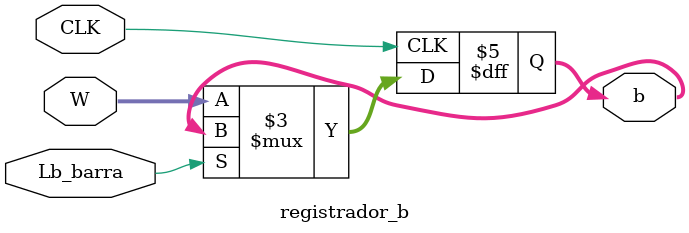
<source format=sv>
module registrador_b(input CLK, input Lb_barra, input [7:0]W, output logic [7:0] b);

	
	
	always_ff @(posedge CLK)
		begin
			if(!Lb_barra)
				b <= W;
	
		end	
	
endmodule 
</source>
